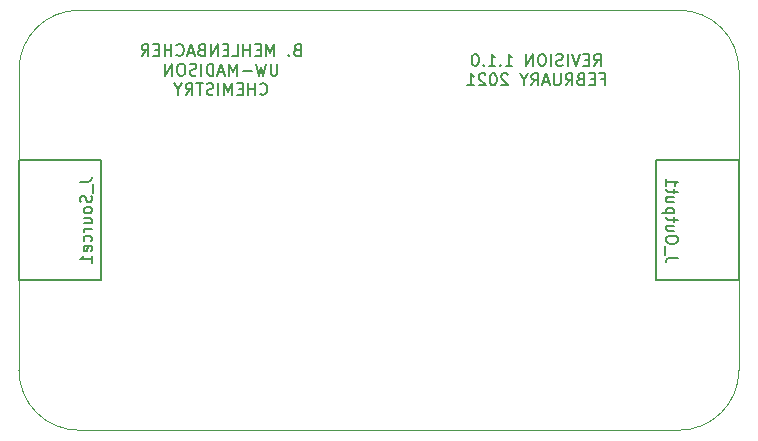
<source format=gbr>
G04 #@! TF.GenerationSoftware,KiCad,Pcbnew,5.1.8+dfsg1-1+b1*
G04 #@! TF.CreationDate,2021-02-01T14:20:05-06:00*
G04 #@! TF.ProjectId,DC_Amplifier,44435f41-6d70-46c6-9966-6965722e6b69,1.1.0*
G04 #@! TF.SameCoordinates,Original*
G04 #@! TF.FileFunction,Legend,Bot*
G04 #@! TF.FilePolarity,Positive*
%FSLAX46Y46*%
G04 Gerber Fmt 4.6, Leading zero omitted, Abs format (unit mm)*
G04 Created by KiCad (PCBNEW 5.1.8+dfsg1-1+b1) date 2021-02-01 14:20:05*
%MOMM*%
%LPD*%
G01*
G04 APERTURE LIST*
%ADD10C,0.150000*%
G04 #@! TA.AperFunction,Profile*
%ADD11C,0.050000*%
G04 #@! TD*
G04 APERTURE END LIST*
D10*
X119792142Y-75827380D02*
X120125476Y-75351190D01*
X120363571Y-75827380D02*
X120363571Y-74827380D01*
X119982619Y-74827380D01*
X119887380Y-74875000D01*
X119839761Y-74922619D01*
X119792142Y-75017857D01*
X119792142Y-75160714D01*
X119839761Y-75255952D01*
X119887380Y-75303571D01*
X119982619Y-75351190D01*
X120363571Y-75351190D01*
X119363571Y-75303571D02*
X119030238Y-75303571D01*
X118887380Y-75827380D02*
X119363571Y-75827380D01*
X119363571Y-74827380D01*
X118887380Y-74827380D01*
X118601666Y-74827380D02*
X118268333Y-75827380D01*
X117935000Y-74827380D01*
X117601666Y-75827380D02*
X117601666Y-74827380D01*
X117173095Y-75779761D02*
X117030238Y-75827380D01*
X116792142Y-75827380D01*
X116696904Y-75779761D01*
X116649285Y-75732142D01*
X116601666Y-75636904D01*
X116601666Y-75541666D01*
X116649285Y-75446428D01*
X116696904Y-75398809D01*
X116792142Y-75351190D01*
X116982619Y-75303571D01*
X117077857Y-75255952D01*
X117125476Y-75208333D01*
X117173095Y-75113095D01*
X117173095Y-75017857D01*
X117125476Y-74922619D01*
X117077857Y-74875000D01*
X116982619Y-74827380D01*
X116744523Y-74827380D01*
X116601666Y-74875000D01*
X116173095Y-75827380D02*
X116173095Y-74827380D01*
X115506428Y-74827380D02*
X115315952Y-74827380D01*
X115220714Y-74875000D01*
X115125476Y-74970238D01*
X115077857Y-75160714D01*
X115077857Y-75494047D01*
X115125476Y-75684523D01*
X115220714Y-75779761D01*
X115315952Y-75827380D01*
X115506428Y-75827380D01*
X115601666Y-75779761D01*
X115696904Y-75684523D01*
X115744523Y-75494047D01*
X115744523Y-75160714D01*
X115696904Y-74970238D01*
X115601666Y-74875000D01*
X115506428Y-74827380D01*
X114649285Y-75827380D02*
X114649285Y-74827380D01*
X114077857Y-75827380D01*
X114077857Y-74827380D01*
X112315952Y-75827380D02*
X112887380Y-75827380D01*
X112601666Y-75827380D02*
X112601666Y-74827380D01*
X112696904Y-74970238D01*
X112792142Y-75065476D01*
X112887380Y-75113095D01*
X111887380Y-75732142D02*
X111839761Y-75779761D01*
X111887380Y-75827380D01*
X111935000Y-75779761D01*
X111887380Y-75732142D01*
X111887380Y-75827380D01*
X110887380Y-75827380D02*
X111458809Y-75827380D01*
X111173095Y-75827380D02*
X111173095Y-74827380D01*
X111268333Y-74970238D01*
X111363571Y-75065476D01*
X111458809Y-75113095D01*
X110458809Y-75732142D02*
X110411190Y-75779761D01*
X110458809Y-75827380D01*
X110506428Y-75779761D01*
X110458809Y-75732142D01*
X110458809Y-75827380D01*
X109792142Y-74827380D02*
X109696904Y-74827380D01*
X109601666Y-74875000D01*
X109554047Y-74922619D01*
X109506428Y-75017857D01*
X109458809Y-75208333D01*
X109458809Y-75446428D01*
X109506428Y-75636904D01*
X109554047Y-75732142D01*
X109601666Y-75779761D01*
X109696904Y-75827380D01*
X109792142Y-75827380D01*
X109887380Y-75779761D01*
X109935000Y-75732142D01*
X109982619Y-75636904D01*
X110030238Y-75446428D01*
X110030238Y-75208333D01*
X109982619Y-75017857D01*
X109935000Y-74922619D01*
X109887380Y-74875000D01*
X109792142Y-74827380D01*
X120411190Y-76953571D02*
X120744523Y-76953571D01*
X120744523Y-77477380D02*
X120744523Y-76477380D01*
X120268333Y-76477380D01*
X119887380Y-76953571D02*
X119554047Y-76953571D01*
X119411190Y-77477380D02*
X119887380Y-77477380D01*
X119887380Y-76477380D01*
X119411190Y-76477380D01*
X118649285Y-76953571D02*
X118506428Y-77001190D01*
X118458809Y-77048809D01*
X118411190Y-77144047D01*
X118411190Y-77286904D01*
X118458809Y-77382142D01*
X118506428Y-77429761D01*
X118601666Y-77477380D01*
X118982619Y-77477380D01*
X118982619Y-76477380D01*
X118649285Y-76477380D01*
X118554047Y-76525000D01*
X118506428Y-76572619D01*
X118458809Y-76667857D01*
X118458809Y-76763095D01*
X118506428Y-76858333D01*
X118554047Y-76905952D01*
X118649285Y-76953571D01*
X118982619Y-76953571D01*
X117411190Y-77477380D02*
X117744523Y-77001190D01*
X117982619Y-77477380D02*
X117982619Y-76477380D01*
X117601666Y-76477380D01*
X117506428Y-76525000D01*
X117458809Y-76572619D01*
X117411190Y-76667857D01*
X117411190Y-76810714D01*
X117458809Y-76905952D01*
X117506428Y-76953571D01*
X117601666Y-77001190D01*
X117982619Y-77001190D01*
X116982619Y-76477380D02*
X116982619Y-77286904D01*
X116935000Y-77382142D01*
X116887380Y-77429761D01*
X116792142Y-77477380D01*
X116601666Y-77477380D01*
X116506428Y-77429761D01*
X116458809Y-77382142D01*
X116411190Y-77286904D01*
X116411190Y-76477380D01*
X115982619Y-77191666D02*
X115506428Y-77191666D01*
X116077857Y-77477380D02*
X115744523Y-76477380D01*
X115411190Y-77477380D01*
X114506428Y-77477380D02*
X114839761Y-77001190D01*
X115077857Y-77477380D02*
X115077857Y-76477380D01*
X114696904Y-76477380D01*
X114601666Y-76525000D01*
X114554047Y-76572619D01*
X114506428Y-76667857D01*
X114506428Y-76810714D01*
X114554047Y-76905952D01*
X114601666Y-76953571D01*
X114696904Y-77001190D01*
X115077857Y-77001190D01*
X113887380Y-77001190D02*
X113887380Y-77477380D01*
X114220714Y-76477380D02*
X113887380Y-77001190D01*
X113554047Y-76477380D01*
X112506428Y-76572619D02*
X112458809Y-76525000D01*
X112363571Y-76477380D01*
X112125476Y-76477380D01*
X112030238Y-76525000D01*
X111982619Y-76572619D01*
X111935000Y-76667857D01*
X111935000Y-76763095D01*
X111982619Y-76905952D01*
X112554047Y-77477380D01*
X111935000Y-77477380D01*
X111315952Y-76477380D02*
X111220714Y-76477380D01*
X111125476Y-76525000D01*
X111077857Y-76572619D01*
X111030238Y-76667857D01*
X110982619Y-76858333D01*
X110982619Y-77096428D01*
X111030238Y-77286904D01*
X111077857Y-77382142D01*
X111125476Y-77429761D01*
X111220714Y-77477380D01*
X111315952Y-77477380D01*
X111411190Y-77429761D01*
X111458809Y-77382142D01*
X111506428Y-77286904D01*
X111554047Y-77096428D01*
X111554047Y-76858333D01*
X111506428Y-76667857D01*
X111458809Y-76572619D01*
X111411190Y-76525000D01*
X111315952Y-76477380D01*
X110601666Y-76572619D02*
X110554047Y-76525000D01*
X110458809Y-76477380D01*
X110220714Y-76477380D01*
X110125476Y-76525000D01*
X110077857Y-76572619D01*
X110030238Y-76667857D01*
X110030238Y-76763095D01*
X110077857Y-76905952D01*
X110649285Y-77477380D01*
X110030238Y-77477380D01*
X109077857Y-77477380D02*
X109649285Y-77477380D01*
X109363571Y-77477380D02*
X109363571Y-76477380D01*
X109458809Y-76620238D01*
X109554047Y-76715476D01*
X109649285Y-76763095D01*
X94645952Y-74478571D02*
X94503095Y-74526190D01*
X94455476Y-74573809D01*
X94407857Y-74669047D01*
X94407857Y-74811904D01*
X94455476Y-74907142D01*
X94503095Y-74954761D01*
X94598333Y-75002380D01*
X94979285Y-75002380D01*
X94979285Y-74002380D01*
X94645952Y-74002380D01*
X94550714Y-74050000D01*
X94503095Y-74097619D01*
X94455476Y-74192857D01*
X94455476Y-74288095D01*
X94503095Y-74383333D01*
X94550714Y-74430952D01*
X94645952Y-74478571D01*
X94979285Y-74478571D01*
X93979285Y-74907142D02*
X93931666Y-74954761D01*
X93979285Y-75002380D01*
X94026904Y-74954761D01*
X93979285Y-74907142D01*
X93979285Y-75002380D01*
X92741190Y-75002380D02*
X92741190Y-74002380D01*
X92407857Y-74716666D01*
X92074523Y-74002380D01*
X92074523Y-75002380D01*
X91598333Y-74478571D02*
X91265000Y-74478571D01*
X91122142Y-75002380D02*
X91598333Y-75002380D01*
X91598333Y-74002380D01*
X91122142Y-74002380D01*
X90693571Y-75002380D02*
X90693571Y-74002380D01*
X90693571Y-74478571D02*
X90122142Y-74478571D01*
X90122142Y-75002380D02*
X90122142Y-74002380D01*
X89169761Y-75002380D02*
X89645952Y-75002380D01*
X89645952Y-74002380D01*
X88836428Y-74478571D02*
X88503095Y-74478571D01*
X88360238Y-75002380D02*
X88836428Y-75002380D01*
X88836428Y-74002380D01*
X88360238Y-74002380D01*
X87931666Y-75002380D02*
X87931666Y-74002380D01*
X87360238Y-75002380D01*
X87360238Y-74002380D01*
X86550714Y-74478571D02*
X86407857Y-74526190D01*
X86360238Y-74573809D01*
X86312619Y-74669047D01*
X86312619Y-74811904D01*
X86360238Y-74907142D01*
X86407857Y-74954761D01*
X86503095Y-75002380D01*
X86884047Y-75002380D01*
X86884047Y-74002380D01*
X86550714Y-74002380D01*
X86455476Y-74050000D01*
X86407857Y-74097619D01*
X86360238Y-74192857D01*
X86360238Y-74288095D01*
X86407857Y-74383333D01*
X86455476Y-74430952D01*
X86550714Y-74478571D01*
X86884047Y-74478571D01*
X85931666Y-74716666D02*
X85455476Y-74716666D01*
X86026904Y-75002380D02*
X85693571Y-74002380D01*
X85360238Y-75002380D01*
X84455476Y-74907142D02*
X84503095Y-74954761D01*
X84645952Y-75002380D01*
X84741190Y-75002380D01*
X84884047Y-74954761D01*
X84979285Y-74859523D01*
X85026904Y-74764285D01*
X85074523Y-74573809D01*
X85074523Y-74430952D01*
X85026904Y-74240476D01*
X84979285Y-74145238D01*
X84884047Y-74050000D01*
X84741190Y-74002380D01*
X84645952Y-74002380D01*
X84503095Y-74050000D01*
X84455476Y-74097619D01*
X84026904Y-75002380D02*
X84026904Y-74002380D01*
X84026904Y-74478571D02*
X83455476Y-74478571D01*
X83455476Y-75002380D02*
X83455476Y-74002380D01*
X82979285Y-74478571D02*
X82645952Y-74478571D01*
X82503095Y-75002380D02*
X82979285Y-75002380D01*
X82979285Y-74002380D01*
X82503095Y-74002380D01*
X81503095Y-75002380D02*
X81836428Y-74526190D01*
X82074523Y-75002380D02*
X82074523Y-74002380D01*
X81693571Y-74002380D01*
X81598333Y-74050000D01*
X81550714Y-74097619D01*
X81503095Y-74192857D01*
X81503095Y-74335714D01*
X81550714Y-74430952D01*
X81598333Y-74478571D01*
X81693571Y-74526190D01*
X82074523Y-74526190D01*
X93003095Y-75652380D02*
X93003095Y-76461904D01*
X92955476Y-76557142D01*
X92907857Y-76604761D01*
X92812619Y-76652380D01*
X92622142Y-76652380D01*
X92526904Y-76604761D01*
X92479285Y-76557142D01*
X92431666Y-76461904D01*
X92431666Y-75652380D01*
X92050714Y-75652380D02*
X91812619Y-76652380D01*
X91622142Y-75938095D01*
X91431666Y-76652380D01*
X91193571Y-75652380D01*
X90812619Y-76271428D02*
X90050714Y-76271428D01*
X89574523Y-76652380D02*
X89574523Y-75652380D01*
X89241190Y-76366666D01*
X88907857Y-75652380D01*
X88907857Y-76652380D01*
X88479285Y-76366666D02*
X88003095Y-76366666D01*
X88574523Y-76652380D02*
X88241190Y-75652380D01*
X87907857Y-76652380D01*
X87574523Y-76652380D02*
X87574523Y-75652380D01*
X87336428Y-75652380D01*
X87193571Y-75700000D01*
X87098333Y-75795238D01*
X87050714Y-75890476D01*
X87003095Y-76080952D01*
X87003095Y-76223809D01*
X87050714Y-76414285D01*
X87098333Y-76509523D01*
X87193571Y-76604761D01*
X87336428Y-76652380D01*
X87574523Y-76652380D01*
X86574523Y-76652380D02*
X86574523Y-75652380D01*
X86145952Y-76604761D02*
X86003095Y-76652380D01*
X85765000Y-76652380D01*
X85669761Y-76604761D01*
X85622142Y-76557142D01*
X85574523Y-76461904D01*
X85574523Y-76366666D01*
X85622142Y-76271428D01*
X85669761Y-76223809D01*
X85765000Y-76176190D01*
X85955476Y-76128571D01*
X86050714Y-76080952D01*
X86098333Y-76033333D01*
X86145952Y-75938095D01*
X86145952Y-75842857D01*
X86098333Y-75747619D01*
X86050714Y-75700000D01*
X85955476Y-75652380D01*
X85717380Y-75652380D01*
X85574523Y-75700000D01*
X84955476Y-75652380D02*
X84765000Y-75652380D01*
X84669761Y-75700000D01*
X84574523Y-75795238D01*
X84526904Y-75985714D01*
X84526904Y-76319047D01*
X84574523Y-76509523D01*
X84669761Y-76604761D01*
X84765000Y-76652380D01*
X84955476Y-76652380D01*
X85050714Y-76604761D01*
X85145952Y-76509523D01*
X85193571Y-76319047D01*
X85193571Y-75985714D01*
X85145952Y-75795238D01*
X85050714Y-75700000D01*
X84955476Y-75652380D01*
X84098333Y-76652380D02*
X84098333Y-75652380D01*
X83526904Y-76652380D01*
X83526904Y-75652380D01*
X91526904Y-78207142D02*
X91574523Y-78254761D01*
X91717380Y-78302380D01*
X91812619Y-78302380D01*
X91955476Y-78254761D01*
X92050714Y-78159523D01*
X92098333Y-78064285D01*
X92145952Y-77873809D01*
X92145952Y-77730952D01*
X92098333Y-77540476D01*
X92050714Y-77445238D01*
X91955476Y-77350000D01*
X91812619Y-77302380D01*
X91717380Y-77302380D01*
X91574523Y-77350000D01*
X91526904Y-77397619D01*
X91098333Y-78302380D02*
X91098333Y-77302380D01*
X91098333Y-77778571D02*
X90526904Y-77778571D01*
X90526904Y-78302380D02*
X90526904Y-77302380D01*
X90050714Y-77778571D02*
X89717380Y-77778571D01*
X89574523Y-78302380D02*
X90050714Y-78302380D01*
X90050714Y-77302380D01*
X89574523Y-77302380D01*
X89145952Y-78302380D02*
X89145952Y-77302380D01*
X88812619Y-78016666D01*
X88479285Y-77302380D01*
X88479285Y-78302380D01*
X88003095Y-78302380D02*
X88003095Y-77302380D01*
X87574523Y-78254761D02*
X87431666Y-78302380D01*
X87193571Y-78302380D01*
X87098333Y-78254761D01*
X87050714Y-78207142D01*
X87003095Y-78111904D01*
X87003095Y-78016666D01*
X87050714Y-77921428D01*
X87098333Y-77873809D01*
X87193571Y-77826190D01*
X87384047Y-77778571D01*
X87479285Y-77730952D01*
X87526904Y-77683333D01*
X87574523Y-77588095D01*
X87574523Y-77492857D01*
X87526904Y-77397619D01*
X87479285Y-77350000D01*
X87384047Y-77302380D01*
X87145952Y-77302380D01*
X87003095Y-77350000D01*
X86717380Y-77302380D02*
X86145952Y-77302380D01*
X86431666Y-78302380D02*
X86431666Y-77302380D01*
X85241190Y-78302380D02*
X85574523Y-77826190D01*
X85812619Y-78302380D02*
X85812619Y-77302380D01*
X85431666Y-77302380D01*
X85336428Y-77350000D01*
X85288809Y-77397619D01*
X85241190Y-77492857D01*
X85241190Y-77635714D01*
X85288809Y-77730952D01*
X85336428Y-77778571D01*
X85431666Y-77826190D01*
X85812619Y-77826190D01*
X84622142Y-77826190D02*
X84622142Y-78302380D01*
X84955476Y-77302380D02*
X84622142Y-77826190D01*
X84288809Y-77302380D01*
D11*
X127000000Y-71120000D02*
X76200000Y-71120000D01*
X132080000Y-101600000D02*
X132080000Y-76200000D01*
X76200000Y-106680000D02*
X127000000Y-106680000D01*
X71120000Y-76200000D02*
X71120000Y-101600000D01*
X132080000Y-101600000D02*
G75*
G02*
X127000000Y-106680000I-5080000J0D01*
G01*
X76200000Y-106680000D02*
G75*
G02*
X71120000Y-101600000I0J5080000D01*
G01*
X71120000Y-76200000D02*
G75*
G02*
X76200000Y-71120000I5080000J0D01*
G01*
X127000000Y-71120000D02*
G75*
G02*
X132080000Y-76200000I0J-5080000D01*
G01*
D10*
X78105000Y-83820000D02*
X71120000Y-83820000D01*
X78105000Y-93980000D02*
X78105000Y-83820000D01*
X71120000Y-93980000D02*
X78105000Y-93980000D01*
X71120000Y-83820000D02*
X71120000Y-93980000D01*
X125095000Y-93980000D02*
X132080000Y-93980000D01*
X125095000Y-83820000D02*
X125095000Y-93980000D01*
X132080000Y-83820000D02*
X125095000Y-83820000D01*
X132080000Y-93980000D02*
X132080000Y-83820000D01*
X76287380Y-85638095D02*
X77001666Y-85638095D01*
X77144523Y-85590476D01*
X77239761Y-85495238D01*
X77287380Y-85352380D01*
X77287380Y-85257142D01*
X77382619Y-85876190D02*
X77382619Y-86638095D01*
X77239761Y-86828571D02*
X77287380Y-86971428D01*
X77287380Y-87209523D01*
X77239761Y-87304761D01*
X77192142Y-87352380D01*
X77096904Y-87400000D01*
X77001666Y-87400000D01*
X76906428Y-87352380D01*
X76858809Y-87304761D01*
X76811190Y-87209523D01*
X76763571Y-87019047D01*
X76715952Y-86923809D01*
X76668333Y-86876190D01*
X76573095Y-86828571D01*
X76477857Y-86828571D01*
X76382619Y-86876190D01*
X76335000Y-86923809D01*
X76287380Y-87019047D01*
X76287380Y-87257142D01*
X76335000Y-87400000D01*
X77287380Y-87971428D02*
X77239761Y-87876190D01*
X77192142Y-87828571D01*
X77096904Y-87780952D01*
X76811190Y-87780952D01*
X76715952Y-87828571D01*
X76668333Y-87876190D01*
X76620714Y-87971428D01*
X76620714Y-88114285D01*
X76668333Y-88209523D01*
X76715952Y-88257142D01*
X76811190Y-88304761D01*
X77096904Y-88304761D01*
X77192142Y-88257142D01*
X77239761Y-88209523D01*
X77287380Y-88114285D01*
X77287380Y-87971428D01*
X76620714Y-89161904D02*
X77287380Y-89161904D01*
X76620714Y-88733333D02*
X77144523Y-88733333D01*
X77239761Y-88780952D01*
X77287380Y-88876190D01*
X77287380Y-89019047D01*
X77239761Y-89114285D01*
X77192142Y-89161904D01*
X77287380Y-89638095D02*
X76620714Y-89638095D01*
X76811190Y-89638095D02*
X76715952Y-89685714D01*
X76668333Y-89733333D01*
X76620714Y-89828571D01*
X76620714Y-89923809D01*
X77239761Y-90685714D02*
X77287380Y-90590476D01*
X77287380Y-90400000D01*
X77239761Y-90304761D01*
X77192142Y-90257142D01*
X77096904Y-90209523D01*
X76811190Y-90209523D01*
X76715952Y-90257142D01*
X76668333Y-90304761D01*
X76620714Y-90400000D01*
X76620714Y-90590476D01*
X76668333Y-90685714D01*
X77239761Y-91495238D02*
X77287380Y-91400000D01*
X77287380Y-91209523D01*
X77239761Y-91114285D01*
X77144523Y-91066666D01*
X76763571Y-91066666D01*
X76668333Y-91114285D01*
X76620714Y-91209523D01*
X76620714Y-91400000D01*
X76668333Y-91495238D01*
X76763571Y-91542857D01*
X76858809Y-91542857D01*
X76954047Y-91066666D01*
X77287380Y-92495238D02*
X77287380Y-91923809D01*
X77287380Y-92209523D02*
X76287380Y-92209523D01*
X76430238Y-92114285D01*
X76525476Y-92019047D01*
X76573095Y-91923809D01*
X126912619Y-92066666D02*
X126198333Y-92066666D01*
X126055476Y-92114285D01*
X125960238Y-92209523D01*
X125912619Y-92352380D01*
X125912619Y-92447619D01*
X125817380Y-91828571D02*
X125817380Y-91066666D01*
X126912619Y-90638095D02*
X126912619Y-90447619D01*
X126865000Y-90352380D01*
X126769761Y-90257142D01*
X126579285Y-90209523D01*
X126245952Y-90209523D01*
X126055476Y-90257142D01*
X125960238Y-90352380D01*
X125912619Y-90447619D01*
X125912619Y-90638095D01*
X125960238Y-90733333D01*
X126055476Y-90828571D01*
X126245952Y-90876190D01*
X126579285Y-90876190D01*
X126769761Y-90828571D01*
X126865000Y-90733333D01*
X126912619Y-90638095D01*
X126579285Y-89352380D02*
X125912619Y-89352380D01*
X126579285Y-89780952D02*
X126055476Y-89780952D01*
X125960238Y-89733333D01*
X125912619Y-89638095D01*
X125912619Y-89495238D01*
X125960238Y-89400000D01*
X126007857Y-89352380D01*
X126579285Y-89019047D02*
X126579285Y-88638095D01*
X126912619Y-88876190D02*
X126055476Y-88876190D01*
X125960238Y-88828571D01*
X125912619Y-88733333D01*
X125912619Y-88638095D01*
X126579285Y-88304761D02*
X125579285Y-88304761D01*
X126531666Y-88304761D02*
X126579285Y-88209523D01*
X126579285Y-88019047D01*
X126531666Y-87923809D01*
X126484047Y-87876190D01*
X126388809Y-87828571D01*
X126103095Y-87828571D01*
X126007857Y-87876190D01*
X125960238Y-87923809D01*
X125912619Y-88019047D01*
X125912619Y-88209523D01*
X125960238Y-88304761D01*
X126579285Y-86971428D02*
X125912619Y-86971428D01*
X126579285Y-87400000D02*
X126055476Y-87400000D01*
X125960238Y-87352380D01*
X125912619Y-87257142D01*
X125912619Y-87114285D01*
X125960238Y-87019047D01*
X126007857Y-86971428D01*
X126579285Y-86638095D02*
X126579285Y-86257142D01*
X126912619Y-86495238D02*
X126055476Y-86495238D01*
X125960238Y-86447619D01*
X125912619Y-86352380D01*
X125912619Y-86257142D01*
X125912619Y-85400000D02*
X125912619Y-85971428D01*
X125912619Y-85685714D02*
X126912619Y-85685714D01*
X126769761Y-85780952D01*
X126674523Y-85876190D01*
X126626904Y-85971428D01*
M02*

</source>
